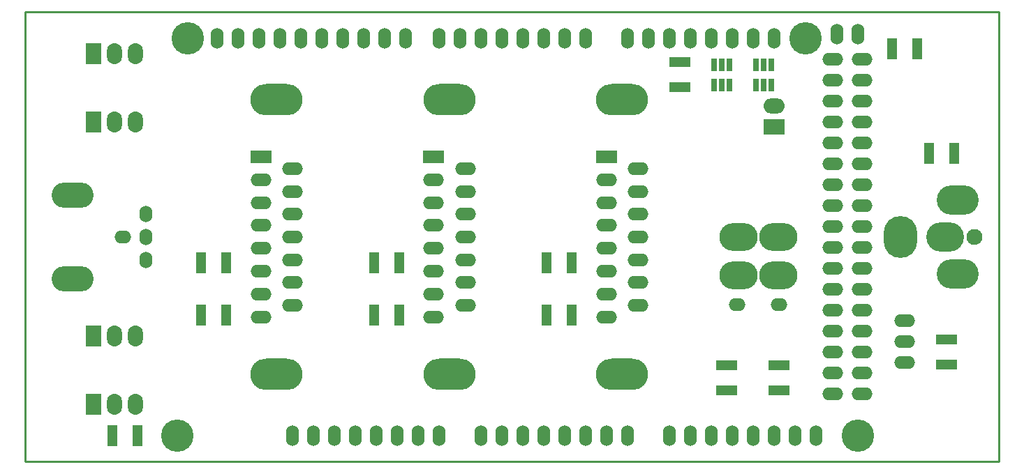
<source format=gbs>
G04 #@! TF.FileFunction,Soldermask,Bot*
%FSLAX46Y46*%
G04 Gerber Fmt 4.6, Leading zero omitted, Abs format (unit mm)*
G04 Created by KiCad (PCBNEW 0.201508100901+6080~28~ubuntu14.04.1-product) date Mon 10 Aug 2015 02:14:21 PM EDT*
%MOMM*%
G01*
G04 APERTURE LIST*
%ADD10C,0.100000*%
%ADD11C,0.228600*%
%ADD12O,1.854200X2.540000*%
%ADD13R,1.854200X2.540000*%
%ADD14R,0.762000X1.534160*%
%ADD15R,1.270000X2.540000*%
%ADD16R,2.540000X1.270000*%
%ADD17C,1.930400*%
%ADD18O,4.572000X3.556000*%
%ADD19O,4.064000X5.080000*%
%ADD20O,5.080000X3.556000*%
%ADD21O,2.540000X1.524000*%
%ADD22C,3.937000*%
%ADD23O,1.524000X2.540000*%
%ADD24O,6.350000X3.810000*%
%ADD25R,2.540000X1.524000*%
%ADD26O,2.540000X1.854200*%
%ADD27R,2.540000X1.854200*%
%ADD28O,5.080000X3.048000*%
%ADD29O,2.032000X1.524000*%
%ADD30O,1.524000X2.032000*%
%ADD31O,4.648200X3.378200*%
G04 APERTURE END LIST*
D10*
D11*
X211455000Y-75565000D02*
X93345000Y-75565000D01*
X211455000Y-130175000D02*
X211455000Y-75565000D01*
X93345000Y-130175000D02*
X211455000Y-130175000D01*
X93345000Y-75565000D02*
X93345000Y-130175000D01*
D12*
X104140000Y-123190000D03*
X106680000Y-123190000D03*
D13*
X101600000Y-123190000D03*
D14*
X178749960Y-84383880D03*
X177800000Y-84383880D03*
X176850040Y-84383880D03*
X176850040Y-81986120D03*
X177800000Y-81986120D03*
X178749960Y-81986120D03*
X183829960Y-84383880D03*
X182880000Y-84383880D03*
X181930040Y-84383880D03*
X181930040Y-81986120D03*
X182880000Y-81986120D03*
X183829960Y-81986120D03*
D15*
X138684000Y-112395000D03*
X135636000Y-112395000D03*
D16*
X178435000Y-118491000D03*
X178435000Y-121539000D03*
X184785000Y-121539000D03*
X184785000Y-118491000D03*
D15*
X117729000Y-106045000D03*
X114681000Y-106045000D03*
X198501000Y-80010000D03*
X201549000Y-80010000D03*
D16*
X172720000Y-81661000D03*
X172720000Y-84709000D03*
D15*
X106934000Y-127000000D03*
X103886000Y-127000000D03*
D16*
X205105000Y-118364000D03*
X205105000Y-115316000D03*
D15*
X202946000Y-92710000D03*
X205994000Y-92710000D03*
D17*
X208457800Y-102870000D03*
D18*
X204952600Y-102870000D03*
D19*
X199466200Y-102870000D03*
D20*
X206451200Y-98374200D03*
X206451200Y-107365800D03*
D21*
X200025000Y-115570000D03*
X200025000Y-118110000D03*
X200025000Y-113030000D03*
D15*
X159639000Y-112395000D03*
X156591000Y-112395000D03*
D22*
X111760000Y-127000000D03*
X113030000Y-78740000D03*
X194310000Y-127000000D03*
X187960000Y-78740000D03*
D23*
X125730000Y-127000000D03*
X128270000Y-127000000D03*
X130810000Y-127000000D03*
X133350000Y-127000000D03*
X135890000Y-127000000D03*
X138430000Y-127000000D03*
X140970000Y-127000000D03*
X143510000Y-127000000D03*
X148590000Y-127000000D03*
X151130000Y-127000000D03*
X153670000Y-127000000D03*
X156210000Y-127000000D03*
X158750000Y-127000000D03*
X161290000Y-127000000D03*
X163830000Y-127000000D03*
X166370000Y-127000000D03*
X171450000Y-127000000D03*
X173990000Y-127000000D03*
X176530000Y-127000000D03*
X179070000Y-127000000D03*
X181610000Y-127000000D03*
X184150000Y-127000000D03*
X186690000Y-127000000D03*
X189230000Y-127000000D03*
X116586000Y-78740000D03*
X119126000Y-78740000D03*
X121666000Y-78740000D03*
X124206000Y-78740000D03*
X126746000Y-78740000D03*
X129286000Y-78740000D03*
X131826000Y-78740000D03*
X134366000Y-78740000D03*
X136906000Y-78740000D03*
X139446000Y-78740000D03*
X143510000Y-78740000D03*
X161290000Y-78740000D03*
X158750000Y-78740000D03*
X156210000Y-78740000D03*
X153670000Y-78740000D03*
X151130000Y-78740000D03*
X148590000Y-78740000D03*
X146050000Y-78740000D03*
X166370000Y-78740000D03*
X168910000Y-78740000D03*
X171450000Y-78740000D03*
X173990000Y-78740000D03*
X176530000Y-78740000D03*
X179070000Y-78740000D03*
X181610000Y-78740000D03*
X184150000Y-78740000D03*
X191770000Y-78232000D03*
X194310000Y-78232000D03*
D21*
X191262000Y-81280000D03*
X194818000Y-81280000D03*
X191262000Y-83820000D03*
X194818000Y-83820000D03*
X191262000Y-86360000D03*
X194818000Y-86360000D03*
X191262000Y-88900000D03*
X194818000Y-88900000D03*
X191262000Y-91440000D03*
X194818000Y-91440000D03*
X191262000Y-93980000D03*
X194818000Y-93980000D03*
X191262000Y-96520000D03*
X194818000Y-96520000D03*
X191262000Y-99060000D03*
X194818000Y-99060000D03*
X191262000Y-101600000D03*
X194818000Y-101600000D03*
X191262000Y-104140000D03*
X194818000Y-104140000D03*
X191262000Y-106680000D03*
X194818000Y-106680000D03*
X191262000Y-109220000D03*
X194818000Y-109220000D03*
X191262000Y-111760000D03*
X194818000Y-111760000D03*
X191262000Y-114300000D03*
X194818000Y-114300000D03*
X191262000Y-116840000D03*
X194818000Y-116840000D03*
X191262000Y-119380000D03*
X194818000Y-119380000D03*
X191262000Y-121920000D03*
X194818000Y-121920000D03*
D24*
X123825000Y-119532400D03*
X123825000Y-86207600D03*
D21*
X121897140Y-112572800D03*
X121897140Y-109804200D03*
X121897140Y-107035600D03*
X121897140Y-104267000D03*
X121897140Y-101473000D03*
X121897140Y-98704400D03*
X121897140Y-95935800D03*
D25*
X121897140Y-93167200D03*
D21*
X125752860Y-111175800D03*
X125752860Y-108407200D03*
X125752860Y-105638600D03*
X125752860Y-102870000D03*
X125752860Y-100101400D03*
X125752860Y-97332800D03*
X125752860Y-94564200D03*
D24*
X144780000Y-119532400D03*
X144780000Y-86207600D03*
D21*
X142852140Y-112572800D03*
X142852140Y-109804200D03*
X142852140Y-107035600D03*
X142852140Y-104267000D03*
X142852140Y-101473000D03*
X142852140Y-98704400D03*
X142852140Y-95935800D03*
D25*
X142852140Y-93167200D03*
D21*
X146707860Y-111175800D03*
X146707860Y-108407200D03*
X146707860Y-105638600D03*
X146707860Y-102870000D03*
X146707860Y-100101400D03*
X146707860Y-97332800D03*
X146707860Y-94564200D03*
D15*
X138684000Y-106045000D03*
X135636000Y-106045000D03*
D24*
X165735000Y-119532400D03*
X165735000Y-86207600D03*
D21*
X163807140Y-112572800D03*
X163807140Y-109804200D03*
X163807140Y-107035600D03*
X163807140Y-104267000D03*
X163807140Y-101473000D03*
X163807140Y-98704400D03*
X163807140Y-95935800D03*
D25*
X163807140Y-93167200D03*
D21*
X167662860Y-111175800D03*
X167662860Y-108407200D03*
X167662860Y-105638600D03*
X167662860Y-102870000D03*
X167662860Y-100101400D03*
X167662860Y-97332800D03*
X167662860Y-94564200D03*
D12*
X104140000Y-80645000D03*
X106680000Y-80645000D03*
D13*
X101600000Y-80645000D03*
D12*
X104140000Y-88900000D03*
X106680000Y-88900000D03*
D13*
X101600000Y-88900000D03*
D15*
X159639000Y-106045000D03*
X156591000Y-106045000D03*
D26*
X184150000Y-86995000D03*
D27*
X184150000Y-89535000D03*
D12*
X104140000Y-114935000D03*
X106680000Y-114935000D03*
D13*
X101600000Y-114935000D03*
D28*
X99060000Y-107950000D03*
X99060000Y-97790000D03*
D29*
X105156000Y-102870000D03*
D30*
X107950000Y-102870000D03*
X107950000Y-100076000D03*
X107950000Y-105664000D03*
D31*
X179844700Y-107569000D03*
X179844700Y-102870000D03*
X184645300Y-102870000D03*
X184645300Y-107569000D03*
D29*
X184785000Y-111125000D03*
X179705000Y-111125000D03*
D15*
X117729000Y-112395000D03*
X114681000Y-112395000D03*
M02*

</source>
